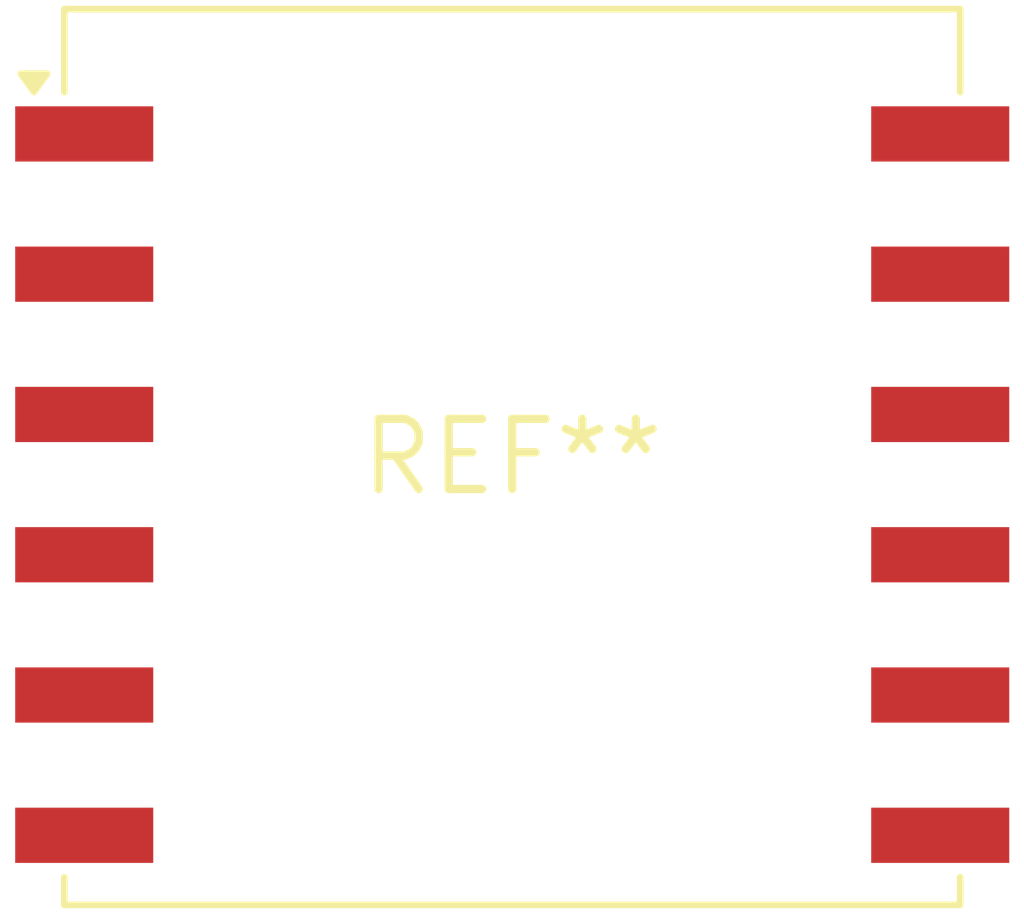
<source format=kicad_pcb>
(kicad_pcb (version 20240108) (generator pcbnew)
  (layers (0 "F.Cu" signal) (31 "B.Cu" signal) (34 "B.Paste" user) (35 "F.Paste" user) (36 "B.SilkS" user "B.Silkscreen") (37 "F.SilkS" user "F.Silkscreen") (38 "B.Mask" user) (39 "F.Mask" user) (44 "Edge.Cuts" user))
  (net 0 "")
  (footprint "Quectel_L80-R" (layer "F.Cu") (at 0 0)
    (property "Reference" "REF**")
    (property "Value" "Quectel_L80-R")
    (fp_line (start -8.11 -8.11) (end -8.11 -6.61) (layer "F.SilkS") (stroke (width 0.12)))
    (fp_line (start -8.11 8.11) (end -8.11 7.61) (layer "F.SilkS") (stroke (width 0.12)))
    (fp_line (start 8.11 -8.11) (end -8.11 -8.11) (layer "F.SilkS") (stroke (width 0.12)))
    (fp_line (start 8.11 -8.11) (end 8.11 -6.61) (layer "F.SilkS") (stroke (width 0.12)))
    (fp_line (start 8.11 8.11) (end -8.11 8.11) (layer "F.SilkS") (stroke (width 0.12)))
    (fp_line (start 8.11 8.11) (end 8.11 7.61) (layer "F.SilkS") (stroke (width 0.12)))
    (fp_poly (pts (xy -8.66 -6.61) (xy -8.9 -6.94) (xy -8.42 -6.94) (xy -8.66 -6.61)) (layer "F.SilkS") (stroke (width 0.12)) (fill solid))
    (pad "1" smd rect (at -7.75 -5.85 180) (size 2.5 1) (layers "F.Cu" "F.Paste" "F.Mask"))
    (pad "2" smd rect (at -7.75 -3.31 180) (size 2.5 1) (layers "F.Cu" "F.Paste" "F.Mask"))
    (pad "3" smd rect (at -7.75 -0.77 180) (size 2.5 1) (layers "F.Cu" "F.Paste" "F.Mask"))
    (pad "4" smd rect (at -7.75 1.77 180) (size 2.5 1) (layers "F.Cu" "F.Paste" "F.Mask"))
    (pad "5" smd rect (at -7.75 4.31 180) (size 2.5 1) (layers "F.Cu" "F.Paste" "F.Mask"))
    (pad "6" smd rect (at -7.75 6.85 180) (size 2.5 1) (layers "F.Cu" "F.Paste" "F.Mask"))
    (pad "7" smd rect (at 7.75 6.85 180) (size 2.5 1) (layers "F.Cu" "F.Paste" "F.Mask"))
    (pad "8" smd rect (at 7.75 4.31 180) (size 2.5 1) (layers "F.Cu" "F.Paste" "F.Mask"))
    (pad "9" smd rect (at 7.75 1.77 180) (size 2.5 1) (layers "F.Cu" "F.Paste" "F.Mask"))
    (pad "10" smd rect (at 7.75 -0.77 180) (size 2.5 1) (layers "F.Cu" "F.Paste" "F.Mask"))
    (pad "11" smd rect (at 7.75 -3.31 180) (size 2.5 1) (layers "F.Cu" "F.Paste" "F.Mask"))
    (pad "12" smd rect (at 7.75 -5.85 180) (size 2.5 1) (layers "F.Cu" "F.Paste" "F.Mask"))
  )
)
</source>
